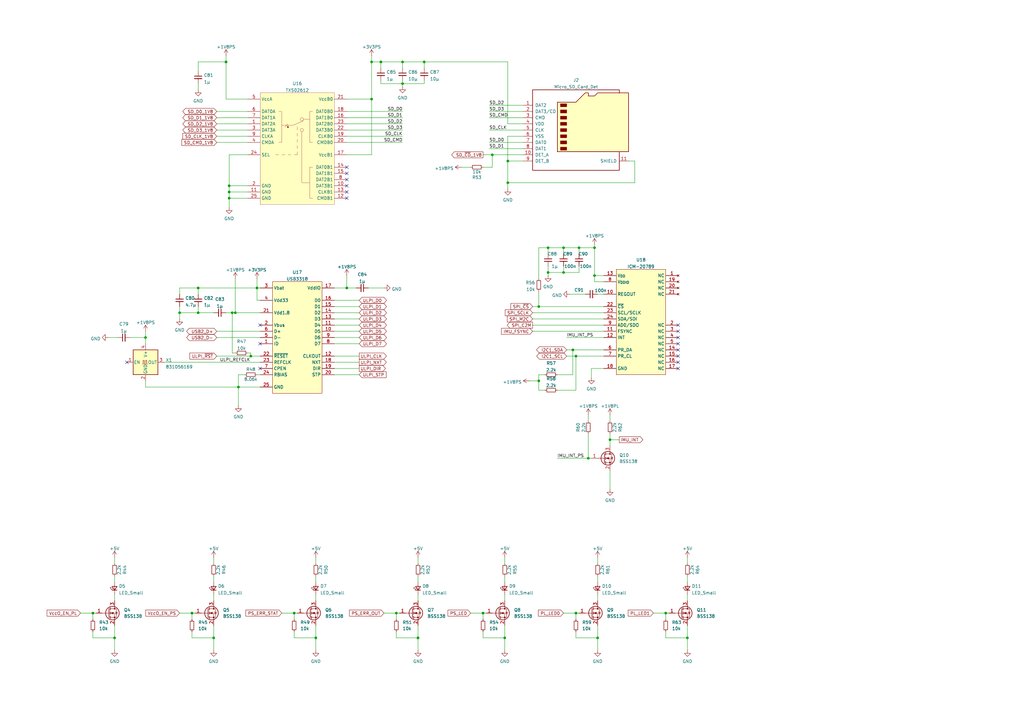
<source format=kicad_sch>
(kicad_sch (version 20210621) (generator eeschema)
  (paper "A3")
  (lib_symbols
    (symbol "BSS138_1" (pin_names hide)
      (property "Reference" "Q" (at 5.08 1.905 0))
      (property "Value" "BSS138_1" (at 5.08 0 0))
      (symbol "BSS138_1_1_1"
        (pin input line (at -5.08 0 0) (length 2.54) (name "G") (number "1"))
        (pin passive line (at 2.54 -5.08 90) (length 2.54) (name "S") (number "2"))
        (pin passive line (at 2.54 5.08 270) (length 2.54) (name "D") (number "3"))
      )
    )
    (symbol "BSS138_2" (pin_names hide)
      (property "Reference" "Q" (at 5.08 1.905 0))
      (property "Value" "BSS138_2" (at 5.08 0 0))
      (symbol "BSS138_2_1_1"
        (pin input line (at -5.08 0 0) (length 2.54) (name "G") (number "1"))
        (pin passive line (at 2.54 -5.08 90) (length 2.54) (name "S") (number "2"))
        (pin passive line (at 2.54 5.08 270) (length 2.54) (name "D") (number "3"))
      )
    )
    (symbol "BSS138_3" (pin_names hide)
      (property "Reference" "Q" (at 5.08 1.905 0))
      (property "Value" "BSS138_3" (at 5.08 0 0))
      (symbol "BSS138_3_1_1"
        (pin input line (at -5.08 0 0) (length 2.54) (name "G") (number "1"))
        (pin passive line (at 2.54 -5.08 90) (length 2.54) (name "S") (number "2"))
        (pin passive line (at 2.54 5.08 270) (length 2.54) (name "D") (number "3"))
      )
    )
    (symbol "BSS138_4" (pin_names hide)
      (property "Reference" "Q" (at 5.08 1.905 0))
      (property "Value" "BSS138_4" (at 5.08 0 0))
      (symbol "BSS138_4_1_1"
        (pin input line (at -5.08 0 0) (length 2.54) (name "G") (number "1"))
        (pin passive line (at 2.54 -5.08 90) (length 2.54) (name "S") (number "2"))
        (pin passive line (at 2.54 5.08 270) (length 2.54) (name "D") (number "3"))
      )
    )
    (symbol "BSS138_5" (pin_names hide)
      (property "Reference" "Q" (at 5.08 1.905 0))
      (property "Value" "BSS138_5" (at 5.08 0 0))
      (symbol "BSS138_5_1_1"
        (pin input line (at -5.08 0 0) (length 2.54) (name "G") (number "1"))
        (pin passive line (at 2.54 -5.08 90) (length 2.54) (name "S") (number "2"))
        (pin passive line (at 2.54 5.08 270) (length 2.54) (name "D") (number "3"))
      )
    )
    (symbol "BSS138_6" (pin_names hide)
      (property "Reference" "Q" (at 5.08 1.905 0))
      (property "Value" "BSS138_6" (at 5.08 0 0))
      (symbol "BSS138_6_1_1"
        (pin input line (at -5.08 0 0) (length 2.54) (name "G") (number "1"))
        (pin passive line (at 2.54 -5.08 90) (length 2.54) (name "S") (number "2"))
        (pin passive line (at 2.54 5.08 270) (length 2.54) (name "D") (number "3"))
      )
    )
    (symbol "BSS138_7" (pin_names hide)
      (property "Reference" "Q" (at 5.08 1.905 0))
      (property "Value" "BSS138_7" (at 5.08 0 0))
      (symbol "BSS138_7_1_1"
        (pin input line (at -5.08 0 0) (length 2.54) (name "G") (number "1"))
        (pin passive line (at 2.54 -5.08 90) (length 2.54) (name "S") (number "2"))
        (pin passive line (at 2.54 5.08 270) (length 2.54) (name "D") (number "3"))
      )
    )
    (symbol "Connector:Micro_SD_Card_Det" (pin_names (offset 1.016))
      (property "Reference" "J" (at -16.51 17.78 0))
      (property "Value" "Micro_SD_Card_Det" (at 16.51 17.78 0))
      (symbol "Micro_SD_Card_Det_1_1"
        (pin bidirectional line (at -22.86 10.16 0) (length 3.81) (name "DAT2") (number "1"))
        (pin passive line (at -22.86 -10.16 0) (length 3.81) (name "DET_A") (number "10"))
        (pin passive line (at 20.32 -12.7 180) (length 3.81) (name "SHIELD") (number "11"))
        (pin bidirectional line (at -22.86 7.62 0) (length 3.81) (name "DAT3/CD") (number "2"))
        (pin input line (at -22.86 5.08 0) (length 3.81) (name "CMD") (number "3"))
        (pin power_in line (at -22.86 2.54 0) (length 3.81) (name "VDD") (number "4"))
        (pin input line (at -22.86 0 0) (length 3.81) (name "CLK") (number "5"))
        (pin power_in line (at -22.86 -2.54 0) (length 3.81) (name "VSS") (number "6"))
        (pin bidirectional line (at -22.86 -5.08 0) (length 3.81) (name "DAT0") (number "7"))
        (pin bidirectional line (at -22.86 -7.62 0) (length 3.81) (name "DAT1") (number "8"))
        (pin passive line (at -22.86 -12.7 0) (length 3.81) (name "DET_B") (number "9"))
      )
    )
    (symbol "Device:C_Small" (pin_numbers hide) (pin_names (offset 0.254) hide)
      (property "Reference" "C" (at 0.254 1.778 0))
      (property "Value" "C_Small" (at 0.254 -2.032 0))
      (symbol "C_Small_1_1"
        (pin passive line (at 0 2.54 270) (length 2.032) (name "~") (number "1"))
        (pin passive line (at 0 -2.54 90) (length 2.032) (name "~") (number "2"))
      )
    )
    (symbol "Device:LED_Small" (pin_numbers hide) (pin_names (offset 0.254) hide)
      (property "Reference" "D" (at -1.27 3.175 0))
      (property "Value" "LED_Small" (at -4.445 -2.54 0))
      (symbol "LED_Small_1_1"
        (pin passive line (at -2.54 0 0) (length 1.778) (name "K") (number "1"))
        (pin passive line (at 2.54 0 180) (length 1.778) (name "A") (number "2"))
      )
    )
    (symbol "Device:R_Small" (pin_numbers hide) (pin_names (offset 0.254) hide)
      (property "Reference" "R" (at 0.762 0.508 0))
      (property "Value" "R_Small" (at 0.762 -1.016 0))
      (symbol "R_Small_1_1"
        (pin passive line (at 0 2.54 270) (length 0.762) (name "~") (number "1"))
        (pin passive line (at 0 -2.54 90) (length 0.762) (name "~") (number "2"))
      )
    )
    (symbol "Oscillator:XO32" (pin_names (offset 0.254))
      (property "Reference" "X" (at -5.08 6.35 0))
      (property "Value" "XO32" (at 1.27 -6.35 0))
      (symbol "XO32_1_1"
        (pin input line (at -7.62 0 0) (length 2.54) (name "EN") (number "1"))
        (pin power_in line (at 0 -7.62 90) (length 2.54) (name "GND") (number "2"))
        (pin output line (at 7.62 0 180) (length 2.54) (name "OUT") (number "3"))
        (pin power_in line (at 0 7.62 270) (length 2.54) (name "V+") (number "4"))
      )
    )
    (symbol "Transistor_FET:BSS138" (pin_names hide)
      (property "Reference" "Q" (at 5.08 1.905 0))
      (property "Value" "BSS138" (at 5.08 0 0))
      (symbol "BSS138_1_1"
        (pin input line (at -5.08 0 0) (length 2.54) (name "G") (number "1"))
        (pin passive line (at 2.54 -5.08 90) (length 2.54) (name "S") (number "2"))
        (pin passive line (at 2.54 5.08 270) (length 2.54) (name "D") (number "3"))
      )
    )
    (symbol "meowality:+1V8PL" (power) (pin_names (offset 0))
      (property "Value" "+1V8PL" (at 0 3.556 0))
      (symbol "+1V8PL_1_1"
        (pin power_in line (at 0 0 90) (length 0) hide (name "+1V8PL") (number "1"))
      )
    )
    (symbol "meowality:+1V8PS" (power) (pin_names (offset 0))
      (property "Value" "+1V8PS" (at 0 3.556 0))
      (symbol "+1V8PS_1_1"
        (pin power_in line (at 0 0 90) (length 0) hide (name "+1V8PS") (number "1"))
      )
    )
    (symbol "meowality:+3V3PS" (power) (pin_names (offset 0))
      (property "Value" "+3V3PS" (at 0 3.556 0))
      (symbol "+3V3PS_1_1"
        (pin power_in line (at 0 0 90) (length 0) hide (name "+3V3PS") (number "1"))
      )
    )
    (symbol "meowality:ICM-20789"
      (property "Reference" "U" (at -10.16 -1.27 0))
      (property "Value" "ICM-20789" (at 0 44.45 0))
      (symbol "ICM-20789_1_1"
        (pin no_connect line (at 15.24 40.64 180) (length 5.08) (name "NC") (number "1"))
        (pin power_out line (at -15.24 33.02 0) (length 5.08) (name "REGOUT") (number "10"))
        (pin input line (at -15.24 17.78 0) (length 5.08) (name "FSYNC") (number "11"))
        (pin output line (at -15.24 15.24 0) (length 5.08) (name "INT") (number "12"))
        (pin power_in line (at -15.24 40.64 0) (length 5.08) (name "V_{DD}") (number "13"))
        (pin passive line (at 15.24 10.16 180) (length 5.08) (name "NC") (number "14"))
        (pin passive line (at 15.24 7.62 180) (length 5.08) (name "NC") (number "15"))
        (pin passive line (at 15.24 5.08 180) (length 5.08) (name "NC") (number "16"))
        (pin passive line (at 15.24 2.54 180) (length 5.08) (name "NC") (number "17"))
        (pin power_in line (at -15.24 2.54 0) (length 5.08) (name "GND") (number "18"))
        (pin no_connect line (at 15.24 38.1 180) (length 5.08) (name "NC") (number "19"))
        (pin passive line (at 15.24 20.32 180) (length 5.08) (name "NC") (number "2"))
        (pin no_connect line (at 15.24 35.56 180) (length 5.08) (name "NC") (number "20"))
        (pin no_connect line (at 15.24 33.02 180) (length 5.08) (name "NC") (number "21"))
        (pin input line (at -15.24 27.94 0) (length 5.08) (name "~{CS}") (number "22"))
        (pin input line (at -15.24 25.4 0) (length 5.08) (name "SCL/SCLK") (number "23"))
        (pin input line (at -15.24 22.86 0) (length 5.08) (name "SDA/SDI") (number "24"))
        (pin passive line (at 15.24 17.78 180) (length 5.08) (name "NC") (number "3"))
        (pin passive line (at 15.24 15.24 180) (length 5.08) (name "NC") (number "4"))
        (pin passive line (at 15.24 12.7 180) (length 5.08) (name "NC") (number "5"))
        (pin bidirectional line (at -15.24 10.16 0) (length 5.08) (name "PR_DA") (number "6"))
        (pin bidirectional line (at -15.24 7.62 0) (length 5.08) (name "PR_CL") (number "7"))
        (pin power_in line (at -15.24 38.1 0) (length 5.08) (name "V_{DDIO}") (number "8"))
        (pin output line (at -15.24 20.32 0) (length 5.08) (name "AD0/SDO") (number "9"))
      )
    )
    (symbol "meowality:TXS02612"
      (property "Reference" "U" (at 0 26.67 0))
      (property "Value" "TXS02612" (at 0 24.13 0))
      (symbol "TXS02612_0_0"
        (text "6" (at -3.81 8.89 0) (effects (font (size 0.635 0.635))))
      )
      (symbol "TXS02612_1_1"
        (pin bidirectional line (at -20.32 10.16 0) (length 5.08) (name "DAT2A") (number "1"))
        (pin bidirectional line (at 20.32 -15.24 180) (length 5.08) (name "DAT3B1") (number "10"))
        (pin power_in line (at -20.32 -17.78 0) (length 5.08) (name "GND") (number "11"))
        (pin bidirectional line (at 20.32 -20.32 180) (length 5.08) (name "CMDB1") (number "12"))
        (pin output line (at 20.32 -17.78 180) (length 5.08) (name "CLKB1") (number "13"))
        (pin bidirectional line (at 20.32 -7.62 180) (length 5.08) (name "DAT0B1") (number "14"))
        (pin bidirectional line (at 20.32 -10.16 180) (length 5.08) (name "DAT1B1") (number "15"))
        (pin bidirectional line (at 20.32 12.7 180) (length 5.08) (name "DAT1B0") (number "16"))
        (pin power_in line (at 20.32 -2.54 180) (length 5.08) (name "VccB1") (number "17"))
        (pin bidirectional line (at 20.32 15.24 180) (length 5.08) (name "DAT0B0") (number "18"))
        (pin output line (at 20.32 5.08 180) (length 5.08) (name "CLKB0") (number "19"))
        (pin power_in line (at -20.32 -15.24 0) (length 5.08) (name "GND") (number "2"))
        (pin bidirectional line (at 20.32 2.54 180) (length 5.08) (name "CMDB0") (number "20"))
        (pin power_in line (at 20.32 20.32 180) (length 5.08) (name "VccB0") (number "21"))
        (pin bidirectional line (at 20.32 7.62 180) (length 5.08) (name "DAT3B0") (number "22"))
        (pin bidirectional line (at 20.32 10.16 180) (length 5.08) (name "DAT2B0") (number "23"))
        (pin input line (at -20.32 -2.54 0) (length 5.08) (name "SEL") (number "24"))
        (pin power_in line (at -20.32 -20.32 0) (length 5.08) (name "GND") (number "25"))
        (pin bidirectional line (at -20.32 7.62 0) (length 5.08) (name "DAT3A") (number "3"))
        (pin bidirectional line (at -20.32 2.54 0) (length 5.08) (name "CMDA") (number "4"))
        (pin power_in line (at -20.32 20.32 0) (length 5.08) (name "VccA") (number "5"))
        (pin bidirectional line (at -20.32 15.24 0) (length 5.08) (name "DAT0A") (number "6"))
        (pin bidirectional line (at -20.32 12.7 0) (length 5.08) (name "DAT1A") (number "7"))
        (pin bidirectional line (at 20.32 -12.7 180) (length 5.08) (name "DAT2B1") (number "8"))
        (pin input line (at -20.32 5.08 0) (length 5.08) (name "CLKA") (number "9"))
      )
    )
    (symbol "meowality:USB3318"
      (property "Reference" "U17" (at 0 49.6357 0))
      (property "Value" "USB3318" (at 0 46.8606 0))
      (symbol "USB3318_1_0"
        (pin input line (at -15.24 20.32 0) (length 5.08) (name "ID") (number "1"))
        (pin bidirectional line (at 15.24 25.4 180) (length 5.08) (name "D5") (number "10"))
        (pin bidirectional line (at 15.24 27.94 180) (length 5.08) (name "D4") (number "11"))
        (pin output line (at 15.24 15.24 180) (length 5.08) (name "CLKOUT") (number "12"))
        (pin bidirectional line (at 15.24 30.48 180) (length 5.08) (name "D3") (number "13"))
        (pin bidirectional line (at 15.24 33.02 180) (length 5.08) (name "D2") (number "14"))
        (pin bidirectional line (at 15.24 35.56 180) (length 5.08) (name "D1") (number "15"))
        (pin bidirectional line (at 15.24 38.1 180) (length 5.08) (name "D0") (number "16"))
        (pin power_in line (at 15.24 43.18 180) (length 5.08) (name "VddIO") (number "17"))
        (pin output line (at 15.24 12.7 180) (length 5.08) (name "NXT") (number "18"))
        (pin output line (at 15.24 10.16 180) (length 5.08) (name "DIR") (number "19"))
        (pin bidirectional line (at -15.24 27.94 0) (length 5.08) (name "Vbus") (number "2"))
        (pin input line (at 15.24 7.62 180) (length 5.08) (name "STP") (number "20"))
        (pin power_in line (at -15.24 33.02 0) (length 5.08) (name "Vdd1.8") (number "21"))
        (pin input line (at -15.24 15.24 0) (length 5.08) (name "~{RESET}") (number "22"))
        (pin input line (at -15.24 12.7 0) (length 5.08) (name "REFCLK") (number "23"))
        (pin passive line (at -15.24 7.62 0) (length 5.08) (name "RBIAS") (number "24"))
        (pin power_in line (at -15.24 2.54 0) (length 5.08) (name "GND") (number "25"))
        (pin passive line (at -15.24 38.1 0) (length 5.08) (name "Vdd33") (number "4"))
        (pin bidirectional line (at -15.24 22.86 0) (length 5.08) (name "D-") (number "5"))
        (pin bidirectional line (at -15.24 25.4 0) (length 5.08) (name "D+") (number "6"))
        (pin output line (at -15.24 10.16 0) (length 5.08) (name "CPEN") (number "7"))
        (pin bidirectional line (at 15.24 20.32 180) (length 5.08) (name "D7") (number "8"))
        (pin bidirectional line (at 15.24 22.86 180) (length 5.08) (name "D6") (number "9"))
      )
      (symbol "USB3318_1_1"
        (pin power_in line (at -15.24 43.18 0) (length 5.08) (name "Vbat") (number "3"))
      )
    )
    (symbol "power:+5V" (power) (pin_names (offset 0))
      (property "Value" "+5V" (at 0 3.556 0))
      (symbol "+5V_1_1"
        (pin power_in line (at 0 0 90) (length 0) hide (name "+5V") (number "1"))
      )
    )
    (symbol "power:GND" (power) (pin_names (offset 0))
      (property "Value" "GND" (at 0 -3.81 0))
      (symbol "GND_1_1"
        (pin power_in line (at 0 0 270) (length 0) hide (name "GND") (number "1"))
      )
    )
  )
  (junction (at 38.1 251.46))
  (junction (at 46.99 261.62))
  (junction (at 59.69 138.43))
  (junction (at 73.66 128.27))
  (junction (at 78.74 251.46))
  (junction (at 81.28 118.11))
  (junction (at 81.28 128.27))
  (junction (at 87.63 261.62))
  (junction (at 92.71 25.4))
  (junction (at 93.98 76.2))
  (junction (at 93.98 78.74))
  (junction (at 93.98 81.28))
  (junction (at 95.25 128.27))
  (junction (at 96.52 128.27))
  (junction (at 97.79 158.75))
  (junction (at 102.87 146.05))
  (junction (at 105.41 118.11))
  (junction (at 120.65 251.46))
  (junction (at 129.54 261.62))
  (junction (at 142.24 118.11))
  (junction (at 152.4 25.4))
  (junction (at 152.4 40.64))
  (junction (at 156.21 25.4))
  (junction (at 162.56 251.46))
  (junction (at 165.1 25.4))
  (junction (at 165.1 34.29))
  (junction (at 171.45 261.62))
  (junction (at 173.99 25.4))
  (junction (at 198.12 251.46))
  (junction (at 201.93 63.5))
  (junction (at 207.01 261.62))
  (junction (at 208.28 66.04))
  (junction (at 208.28 74.93))
  (junction (at 220.98 125.73))
  (junction (at 220.98 156.21))
  (junction (at 224.79 101.6))
  (junction (at 224.79 111.76))
  (junction (at 231.14 101.6))
  (junction (at 231.14 111.76))
  (junction (at 234.95 143.51))
  (junction (at 236.22 146.05))
  (junction (at 236.22 251.46))
  (junction (at 237.49 101.6))
  (junction (at 241.3 187.96))
  (junction (at 243.84 101.6))
  (junction (at 243.84 113.03))
  (junction (at 245.11 261.62))
  (junction (at 250.19 180.34))
  (junction (at 273.05 251.46))
  (junction (at 281.94 261.62))
  (no_connect (at 52.07 148.59))
  (no_connect (at 106.68 133.35))
  (no_connect (at 106.68 140.97))
  (no_connect (at 106.68 151.13))
  (no_connect (at 142.24 68.58))
  (no_connect (at 142.24 71.12))
  (no_connect (at 142.24 73.66))
  (no_connect (at 142.24 76.2))
  (no_connect (at 142.24 78.74))
  (no_connect (at 142.24 81.28))
  (no_connect (at 278.13 133.35))
  (no_connect (at 278.13 135.89))
  (no_connect (at 278.13 138.43))
  (no_connect (at 278.13 140.97))
  (no_connect (at 278.13 143.51))
  (no_connect (at 278.13 146.05))
  (no_connect (at 278.13 148.59))
  (no_connect (at 278.13 151.13))
  (wire (pts (xy 33.02 251.46) (xy 38.1 251.46)))
  (wire (pts (xy 38.1 251.46) (xy 39.37 251.46)))
  (wire (pts (xy 38.1 254) (xy 38.1 251.46)))
  (wire (pts (xy 38.1 261.62) (xy 38.1 259.08)))
  (wire (pts (xy 44.45 138.43) (xy 48.26 138.43)))
  (wire (pts (xy 46.99 228.6) (xy 46.99 231.14)))
  (wire (pts (xy 46.99 236.22) (xy 46.99 238.76)))
  (wire (pts (xy 46.99 243.84) (xy 46.99 246.38)))
  (wire (pts (xy 46.99 256.54) (xy 46.99 261.62)))
  (wire (pts (xy 46.99 261.62) (xy 38.1 261.62)))
  (wire (pts (xy 46.99 261.62) (xy 46.99 266.7)))
  (wire (pts (xy 53.34 138.43) (xy 59.69 138.43)))
  (wire (pts (xy 59.69 135.89) (xy 59.69 138.43)))
  (wire (pts (xy 59.69 138.43) (xy 59.69 140.97)))
  (wire (pts (xy 59.69 156.21) (xy 59.69 158.75)))
  (wire (pts (xy 59.69 158.75) (xy 97.79 158.75)))
  (wire (pts (xy 67.31 148.59) (xy 106.68 148.59)))
  (wire (pts (xy 73.66 118.11) (xy 81.28 118.11)))
  (wire (pts (xy 73.66 120.65) (xy 73.66 118.11)))
  (wire (pts (xy 73.66 128.27) (xy 73.66 125.73)))
  (wire (pts (xy 73.66 128.27) (xy 73.66 130.81)))
  (wire (pts (xy 73.66 251.46) (xy 78.74 251.46)))
  (wire (pts (xy 78.74 251.46) (xy 80.01 251.46)))
  (wire (pts (xy 78.74 254) (xy 78.74 251.46)))
  (wire (pts (xy 78.74 261.62) (xy 78.74 259.08)))
  (wire (pts (xy 81.28 25.4) (xy 92.71 25.4)))
  (wire (pts (xy 81.28 29.21) (xy 81.28 25.4)))
  (wire (pts (xy 81.28 34.29) (xy 81.28 36.83)))
  (wire (pts (xy 81.28 118.11) (xy 81.28 120.65)))
  (wire (pts (xy 81.28 118.11) (xy 105.41 118.11)))
  (wire (pts (xy 81.28 125.73) (xy 81.28 128.27)))
  (wire (pts (xy 81.28 128.27) (xy 73.66 128.27)))
  (wire (pts (xy 81.28 128.27) (xy 87.63 128.27)))
  (wire (pts (xy 87.63 228.6) (xy 87.63 231.14)))
  (wire (pts (xy 87.63 236.22) (xy 87.63 238.76)))
  (wire (pts (xy 87.63 243.84) (xy 87.63 246.38)))
  (wire (pts (xy 87.63 256.54) (xy 87.63 261.62)))
  (wire (pts (xy 87.63 261.62) (xy 78.74 261.62)))
  (wire (pts (xy 87.63 261.62) (xy 87.63 266.7)))
  (wire (pts (xy 88.9 45.72) (xy 101.6 45.72)))
  (wire (pts (xy 88.9 48.26) (xy 101.6 48.26)))
  (wire (pts (xy 88.9 50.8) (xy 101.6 50.8)))
  (wire (pts (xy 88.9 53.34) (xy 101.6 53.34)))
  (wire (pts (xy 88.9 55.88) (xy 101.6 55.88)))
  (wire (pts (xy 88.9 58.42) (xy 101.6 58.42)))
  (wire (pts (xy 88.9 135.89) (xy 106.68 135.89)))
  (wire (pts (xy 88.9 138.43) (xy 106.68 138.43)))
  (wire (pts (xy 88.9 146.05) (xy 102.87 146.05)))
  (wire (pts (xy 92.71 22.86) (xy 92.71 25.4)))
  (wire (pts (xy 92.71 25.4) (xy 92.71 40.64)))
  (wire (pts (xy 92.71 40.64) (xy 101.6 40.64)))
  (wire (pts (xy 92.71 128.27) (xy 95.25 128.27)))
  (wire (pts (xy 93.98 63.5) (xy 93.98 76.2)))
  (wire (pts (xy 93.98 76.2) (xy 101.6 76.2)))
  (wire (pts (xy 93.98 78.74) (xy 93.98 76.2)))
  (wire (pts (xy 93.98 78.74) (xy 101.6 78.74)))
  (wire (pts (xy 93.98 81.28) (xy 93.98 78.74)))
  (wire (pts (xy 93.98 81.28) (xy 101.6 81.28)))
  (wire (pts (xy 93.98 85.09) (xy 93.98 81.28)))
  (wire (pts (xy 95.25 128.27) (xy 96.52 128.27)))
  (wire (pts (xy 95.25 144.78) (xy 95.25 128.27)))
  (wire (pts (xy 96.52 114.3) (xy 96.52 128.27)))
  (wire (pts (xy 96.52 128.27) (xy 106.68 128.27)))
  (wire (pts (xy 96.52 144.78) (xy 95.25 144.78)))
  (wire (pts (xy 97.79 153.67) (xy 97.79 158.75)))
  (wire (pts (xy 97.79 158.75) (xy 106.68 158.75)))
  (wire (pts (xy 97.79 166.37) (xy 97.79 158.75)))
  (wire (pts (xy 100.33 153.67) (xy 97.79 153.67)))
  (wire (pts (xy 101.6 63.5) (xy 93.98 63.5)))
  (wire (pts (xy 101.6 144.78) (xy 102.87 144.78)))
  (wire (pts (xy 102.87 144.78) (xy 102.87 146.05)))
  (wire (pts (xy 102.87 146.05) (xy 106.68 146.05)))
  (wire (pts (xy 105.41 114.3) (xy 105.41 118.11)))
  (wire (pts (xy 105.41 118.11) (xy 106.68 118.11)))
  (wire (pts (xy 105.41 123.19) (xy 105.41 118.11)))
  (wire (pts (xy 105.41 153.67) (xy 106.68 153.67)))
  (wire (pts (xy 106.68 123.19) (xy 105.41 123.19)))
  (wire (pts (xy 115.57 251.46) (xy 120.65 251.46)))
  (wire (pts (xy 120.65 251.46) (xy 121.92 251.46)))
  (wire (pts (xy 120.65 254) (xy 120.65 251.46)))
  (wire (pts (xy 120.65 261.62) (xy 120.65 259.08)))
  (wire (pts (xy 129.54 228.6) (xy 129.54 231.14)))
  (wire (pts (xy 129.54 236.22) (xy 129.54 238.76)))
  (wire (pts (xy 129.54 243.84) (xy 129.54 246.38)))
  (wire (pts (xy 129.54 256.54) (xy 129.54 261.62)))
  (wire (pts (xy 129.54 261.62) (xy 120.65 261.62)))
  (wire (pts (xy 129.54 261.62) (xy 129.54 266.7)))
  (wire (pts (xy 137.16 123.19) (xy 147.32 123.19)))
  (wire (pts (xy 137.16 125.73) (xy 147.32 125.73)))
  (wire (pts (xy 137.16 128.27) (xy 147.32 128.27)))
  (wire (pts (xy 137.16 130.81) (xy 147.32 130.81)))
  (wire (pts (xy 137.16 133.35) (xy 147.32 133.35)))
  (wire (pts (xy 137.16 135.89) (xy 147.32 135.89)))
  (wire (pts (xy 137.16 138.43) (xy 147.32 138.43)))
  (wire (pts (xy 137.16 140.97) (xy 147.32 140.97)))
  (wire (pts (xy 137.16 146.05) (xy 147.32 146.05)))
  (wire (pts (xy 137.16 148.59) (xy 147.32 148.59)))
  (wire (pts (xy 137.16 151.13) (xy 147.32 151.13)))
  (wire (pts (xy 137.16 153.67) (xy 147.32 153.67)))
  (wire (pts (xy 142.24 40.64) (xy 152.4 40.64)))
  (wire (pts (xy 142.24 45.72) (xy 165.1 45.72)))
  (wire (pts (xy 142.24 48.26) (xy 165.1 48.26)))
  (wire (pts (xy 142.24 50.8) (xy 165.1 50.8)))
  (wire (pts (xy 142.24 53.34) (xy 165.1 53.34)))
  (wire (pts (xy 142.24 55.88) (xy 165.1 55.88)))
  (wire (pts (xy 142.24 58.42) (xy 165.1 58.42)))
  (wire (pts (xy 142.24 63.5) (xy 152.4 63.5)))
  (wire (pts (xy 142.24 113.03) (xy 142.24 118.11)))
  (wire (pts (xy 142.24 118.11) (xy 137.16 118.11)))
  (wire (pts (xy 142.24 118.11) (xy 146.05 118.11)))
  (wire (pts (xy 151.13 118.11) (xy 157.48 118.11)))
  (wire (pts (xy 152.4 22.86) (xy 152.4 25.4)))
  (wire (pts (xy 152.4 25.4) (xy 152.4 40.64)))
  (wire (pts (xy 152.4 25.4) (xy 156.21 25.4)))
  (wire (pts (xy 152.4 40.64) (xy 152.4 63.5)))
  (wire (pts (xy 156.21 25.4) (xy 156.21 27.94)))
  (wire (pts (xy 156.21 25.4) (xy 165.1 25.4)))
  (wire (pts (xy 156.21 34.29) (xy 156.21 33.02)))
  (wire (pts (xy 157.48 251.46) (xy 162.56 251.46)))
  (wire (pts (xy 162.56 251.46) (xy 163.83 251.46)))
  (wire (pts (xy 162.56 254) (xy 162.56 251.46)))
  (wire (pts (xy 162.56 261.62) (xy 162.56 259.08)))
  (wire (pts (xy 165.1 25.4) (xy 165.1 27.94)))
  (wire (pts (xy 165.1 25.4) (xy 173.99 25.4)))
  (wire (pts (xy 165.1 33.02) (xy 165.1 34.29)))
  (wire (pts (xy 165.1 34.29) (xy 156.21 34.29)))
  (wire (pts (xy 165.1 34.29) (xy 165.1 35.56)))
  (wire (pts (xy 165.1 34.29) (xy 173.99 34.29)))
  (wire (pts (xy 171.45 228.6) (xy 171.45 231.14)))
  (wire (pts (xy 171.45 236.22) (xy 171.45 238.76)))
  (wire (pts (xy 171.45 243.84) (xy 171.45 246.38)))
  (wire (pts (xy 171.45 256.54) (xy 171.45 261.62)))
  (wire (pts (xy 171.45 261.62) (xy 162.56 261.62)))
  (wire (pts (xy 171.45 261.62) (xy 171.45 266.7)))
  (wire (pts (xy 173.99 25.4) (xy 173.99 27.94)))
  (wire (pts (xy 173.99 34.29) (xy 173.99 33.02)))
  (wire (pts (xy 189.23 68.58) (xy 193.04 68.58)))
  (wire (pts (xy 193.04 251.46) (xy 198.12 251.46)))
  (wire (pts (xy 198.12 63.5) (xy 201.93 63.5)))
  (wire (pts (xy 198.12 68.58) (xy 201.93 68.58)))
  (wire (pts (xy 198.12 251.46) (xy 199.39 251.46)))
  (wire (pts (xy 198.12 254) (xy 198.12 251.46)))
  (wire (pts (xy 198.12 261.62) (xy 198.12 259.08)))
  (wire (pts (xy 200.66 43.18) (xy 214.63 43.18)))
  (wire (pts (xy 200.66 45.72) (xy 214.63 45.72)))
  (wire (pts (xy 200.66 48.26) (xy 214.63 48.26)))
  (wire (pts (xy 200.66 53.34) (xy 214.63 53.34)))
  (wire (pts (xy 200.66 58.42) (xy 214.63 58.42)))
  (wire (pts (xy 200.66 60.96) (xy 214.63 60.96)))
  (wire (pts (xy 201.93 63.5) (xy 214.63 63.5)))
  (wire (pts (xy 201.93 68.58) (xy 201.93 63.5)))
  (wire (pts (xy 207.01 228.6) (xy 207.01 231.14)))
  (wire (pts (xy 207.01 236.22) (xy 207.01 238.76)))
  (wire (pts (xy 207.01 243.84) (xy 207.01 246.38)))
  (wire (pts (xy 207.01 256.54) (xy 207.01 261.62)))
  (wire (pts (xy 207.01 261.62) (xy 198.12 261.62)))
  (wire (pts (xy 207.01 261.62) (xy 207.01 266.7)))
  (wire (pts (xy 208.28 25.4) (xy 173.99 25.4)))
  (wire (pts (xy 208.28 50.8) (xy 208.28 25.4)))
  (wire (pts (xy 208.28 55.88) (xy 214.63 55.88)))
  (wire (pts (xy 208.28 66.04) (xy 208.28 55.88)))
  (wire (pts (xy 208.28 66.04) (xy 214.63 66.04)))
  (wire (pts (xy 208.28 74.93) (xy 208.28 66.04)))
  (wire (pts (xy 208.28 74.93) (xy 260.35 74.93)))
  (wire (pts (xy 208.28 77.47) (xy 208.28 74.93)))
  (wire (pts (xy 214.63 50.8) (xy 208.28 50.8)))
  (wire (pts (xy 217.17 156.21) (xy 220.98 156.21)))
  (wire (pts (xy 218.44 125.73) (xy 220.98 125.73)))
  (wire (pts (xy 218.44 128.27) (xy 247.65 128.27)))
  (wire (pts (xy 218.44 130.81) (xy 247.65 130.81)))
  (wire (pts (xy 218.44 133.35) (xy 247.65 133.35)))
  (wire (pts (xy 218.44 135.89) (xy 247.65 135.89)))
  (wire (pts (xy 220.98 101.6) (xy 224.79 101.6)))
  (wire (pts (xy 220.98 114.3) (xy 220.98 101.6)))
  (wire (pts (xy 220.98 119.38) (xy 220.98 125.73)))
  (wire (pts (xy 220.98 125.73) (xy 247.65 125.73)))
  (wire (pts (xy 220.98 153.67) (xy 220.98 156.21)))
  (wire (pts (xy 220.98 156.21) (xy 220.98 160.02)))
  (wire (pts (xy 220.98 160.02) (xy 223.52 160.02)))
  (wire (pts (xy 223.52 153.67) (xy 220.98 153.67)))
  (wire (pts (xy 224.79 101.6) (xy 224.79 104.14)))
  (wire (pts (xy 224.79 109.22) (xy 224.79 111.76)))
  (wire (pts (xy 224.79 111.76) (xy 224.79 113.03)))
  (wire (pts (xy 224.79 111.76) (xy 231.14 111.76)))
  (wire (pts (xy 228.6 153.67) (xy 234.95 153.67)))
  (wire (pts (xy 228.6 187.96) (xy 241.3 187.96)))
  (wire (pts (xy 231.14 101.6) (xy 224.79 101.6)))
  (wire (pts (xy 231.14 101.6) (xy 237.49 101.6)))
  (wire (pts (xy 231.14 104.14) (xy 231.14 101.6)))
  (wire (pts (xy 231.14 109.22) (xy 231.14 111.76)))
  (wire (pts (xy 231.14 111.76) (xy 237.49 111.76)))
  (wire (pts (xy 231.14 251.46) (xy 236.22 251.46)))
  (wire (pts (xy 232.41 138.43) (xy 247.65 138.43)))
  (wire (pts (xy 232.41 143.51) (xy 234.95 143.51)))
  (wire (pts (xy 232.41 146.05) (xy 236.22 146.05)))
  (wire (pts (xy 233.68 120.65) (xy 240.03 120.65)))
  (wire (pts (xy 234.95 143.51) (xy 247.65 143.51)))
  (wire (pts (xy 234.95 153.67) (xy 234.95 143.51)))
  (wire (pts (xy 236.22 146.05) (xy 236.22 160.02)))
  (wire (pts (xy 236.22 146.05) (xy 247.65 146.05)))
  (wire (pts (xy 236.22 160.02) (xy 228.6 160.02)))
  (wire (pts (xy 236.22 251.46) (xy 237.49 251.46)))
  (wire (pts (xy 236.22 254) (xy 236.22 251.46)))
  (wire (pts (xy 236.22 261.62) (xy 236.22 259.08)))
  (wire (pts (xy 237.49 101.6) (xy 243.84 101.6)))
  (wire (pts (xy 237.49 104.14) (xy 237.49 101.6)))
  (wire (pts (xy 237.49 111.76) (xy 237.49 109.22)))
  (wire (pts (xy 241.3 170.18) (xy 241.3 172.72)))
  (wire (pts (xy 241.3 177.8) (xy 241.3 187.96)))
  (wire (pts (xy 241.3 187.96) (xy 242.57 187.96)))
  (wire (pts (xy 242.57 151.13) (xy 247.65 151.13)))
  (wire (pts (xy 242.57 154.94) (xy 242.57 151.13)))
  (wire (pts (xy 243.84 100.33) (xy 243.84 101.6)))
  (wire (pts (xy 243.84 101.6) (xy 243.84 113.03)))
  (wire (pts (xy 243.84 113.03) (xy 243.84 115.57)))
  (wire (pts (xy 243.84 113.03) (xy 247.65 113.03)))
  (wire (pts (xy 243.84 115.57) (xy 247.65 115.57)))
  (wire (pts (xy 245.11 120.65) (xy 247.65 120.65)))
  (wire (pts (xy 245.11 228.6) (xy 245.11 231.14)))
  (wire (pts (xy 245.11 236.22) (xy 245.11 238.76)))
  (wire (pts (xy 245.11 243.84) (xy 245.11 246.38)))
  (wire (pts (xy 245.11 256.54) (xy 245.11 261.62)))
  (wire (pts (xy 245.11 261.62) (xy 236.22 261.62)))
  (wire (pts (xy 245.11 261.62) (xy 245.11 266.7)))
  (wire (pts (xy 250.19 170.18) (xy 250.19 172.72)))
  (wire (pts (xy 250.19 177.8) (xy 250.19 180.34)))
  (wire (pts (xy 250.19 180.34) (xy 250.19 182.88)))
  (wire (pts (xy 250.19 180.34) (xy 254 180.34)))
  (wire (pts (xy 250.19 193.04) (xy 250.19 200.66)))
  (wire (pts (xy 260.35 66.04) (xy 257.81 66.04)))
  (wire (pts (xy 260.35 74.93) (xy 260.35 66.04)))
  (wire (pts (xy 267.97 251.46) (xy 273.05 251.46)))
  (wire (pts (xy 273.05 251.46) (xy 274.32 251.46)))
  (wire (pts (xy 273.05 254) (xy 273.05 251.46)))
  (wire (pts (xy 273.05 261.62) (xy 273.05 259.08)))
  (wire (pts (xy 281.94 228.6) (xy 281.94 231.14)))
  (wire (pts (xy 281.94 236.22) (xy 281.94 238.76)))
  (wire (pts (xy 281.94 243.84) (xy 281.94 246.38)))
  (wire (pts (xy 281.94 256.54) (xy 281.94 261.62)))
  (wire (pts (xy 281.94 261.62) (xy 273.05 261.62)))
  (wire (pts (xy 281.94 261.62) (xy 281.94 266.7)))
  (label "ULPI_REFCLK" (at 90.17 148.59 0))
  (label "SD_D0" (at 165.1 45.72 180))
  (label "SD_D1" (at 165.1 48.26 180))
  (label "SD_D2" (at 165.1 50.8 180))
  (label "SD_D3" (at 165.1 53.34 180))
  (label "SD_CLK" (at 165.1 55.88 180))
  (label "SD_CMD" (at 165.1 58.42 180))
  (label "SD_D2" (at 200.66 43.18 0))
  (label "SD_D3" (at 200.66 45.72 0))
  (label "SD_CMD" (at 200.66 48.26 0))
  (label "SD_CLK" (at 200.66 53.34 0))
  (label "SD_D0" (at 200.66 58.42 0))
  (label "SD_D1" (at 200.66 60.96 0))
  (label "IMU_INT_PS" (at 228.6 187.96 0))
  (label "IMU_INT_PS" (at 232.41 138.43 0))
  (global_label "VccO_EN_PL" (shape input) (at 33.02 251.46 180) (property "Intersheet References" "${INTERSHEET_REFS}" (effects hide)))
  (global_label "VccO_EN_PS" (shape input) (at 73.66 251.46 180) (property "Intersheet References" "${INTERSHEET_REFS}" (effects hide)))
  (global_label "SD_D0_1V8" (shape bidirectional) (at 88.9 45.72 180) (property "Intersheet References" "${INTERSHEET_REFS}" (effects hide)))
  (global_label "SD_D1_1V8" (shape bidirectional) (at 88.9 48.26 180) (property "Intersheet References" "${INTERSHEET_REFS}" (effects hide)))
  (global_label "SD_D2_1V8" (shape bidirectional) (at 88.9 50.8 180) (property "Intersheet References" "${INTERSHEET_REFS}" (effects hide)))
  (global_label "SD_D3_1V8" (shape bidirectional) (at 88.9 53.34 180) (property "Intersheet References" "${INTERSHEET_REFS}" (effects hide)))
  (global_label "SD_CLK_1V8" (shape input) (at 88.9 55.88 180) (property "Intersheet References" "${INTERSHEET_REFS}" (effects hide)))
  (global_label "SD_CMD_1V8" (shape input) (at 88.9 58.42 180) (property "Intersheet References" "${INTERSHEET_REFS}" (effects hide)))
  (global_label "USB2_D+" (shape bidirectional) (at 88.9 135.89 180) (property "Intersheet References" "${INTERSHEET_REFS}" (effects hide)))
  (global_label "USB2_D-" (shape bidirectional) (at 88.9 138.43 180) (property "Intersheet References" "${INTERSHEET_REFS}" (effects hide)))
  (global_label "ULPI_~{RST}" (shape input) (at 88.9 146.05 180) (property "Intersheet References" "${INTERSHEET_REFS}" (effects hide)))
  (global_label "PS_ERR_STAT" (shape input) (at 115.57 251.46 180) (property "Intersheet References" "${INTERSHEET_REFS}" (effects hide)))
  (global_label "ULPI_D0" (shape bidirectional) (at 147.32 123.19 0) (property "Intersheet References" "${INTERSHEET_REFS}" (effects hide)))
  (global_label "ULPI_D1" (shape bidirectional) (at 147.32 125.73 0) (property "Intersheet References" "${INTERSHEET_REFS}" (effects hide)))
  (global_label "ULPI_D2" (shape bidirectional) (at 147.32 128.27 0) (property "Intersheet References" "${INTERSHEET_REFS}" (effects hide)))
  (global_label "ULPI_D3" (shape bidirectional) (at 147.32 130.81 0) (property "Intersheet References" "${INTERSHEET_REFS}" (effects hide)))
  (global_label "ULPI_D4" (shape bidirectional) (at 147.32 133.35 0) (property "Intersheet References" "${INTERSHEET_REFS}" (effects hide)))
  (global_label "ULPI_D5" (shape bidirectional) (at 147.32 135.89 0) (property "Intersheet References" "${INTERSHEET_REFS}" (effects hide)))
  (global_label "ULPI_D6" (shape bidirectional) (at 147.32 138.43 0) (property "Intersheet References" "${INTERSHEET_REFS}" (effects hide)))
  (global_label "ULPI_D7" (shape bidirectional) (at 147.32 140.97 0) (property "Intersheet References" "${INTERSHEET_REFS}" (effects hide)))
  (global_label "ULPI_CLK" (shape output) (at 147.32 146.05 0) (property "Intersheet References" "${INTERSHEET_REFS}" (effects hide)))
  (global_label "ULPI_NXT" (shape output) (at 147.32 148.59 0) (property "Intersheet References" "${INTERSHEET_REFS}" (effects hide)))
  (global_label "ULPI_DIR" (shape output) (at 147.32 151.13 0) (property "Intersheet References" "${INTERSHEET_REFS}" (effects hide)))
  (global_label "ULPI_STP" (shape input) (at 147.32 153.67 0) (property "Intersheet References" "${INTERSHEET_REFS}" (effects hide)))
  (global_label "PS_ERR_OUT" (shape input) (at 157.48 251.46 180) (property "Intersheet References" "${INTERSHEET_REFS}" (effects hide)))
  (global_label "PS_LED" (shape input) (at 193.04 251.46 180) (property "Intersheet References" "${INTERSHEET_REFS}" (effects hide)))
  (global_label "SD_~{CD}_1V8" (shape output) (at 198.12 63.5 180) (property "Intersheet References" "${INTERSHEET_REFS}" (effects hide)))
  (global_label "SPI_~{CS}" (shape input) (at 218.44 125.73 180) (property "Intersheet References" "${INTERSHEET_REFS}" (effects hide)))
  (global_label "SPI_SCLK" (shape input) (at 218.44 128.27 180) (property "Intersheet References" "${INTERSHEET_REFS}" (effects hide)))
  (global_label "SPI_M2C" (shape input) (at 218.44 130.81 180) (property "Intersheet References" "${INTERSHEET_REFS}" (effects hide)))
  (global_label "SPI_C2M" (shape output) (at 218.44 133.35 180) (property "Intersheet References" "${INTERSHEET_REFS}" (effects hide)))
  (global_label "IMU_FSYNC" (shape input) (at 218.44 135.89 180) (property "Intersheet References" "${INTERSHEET_REFS}" (effects hide)))
  (global_label "PL_LED0" (shape input) (at 231.14 251.46 180) (property "Intersheet References" "${INTERSHEET_REFS}" (effects hide)))
  (global_label "I2C1_SDA" (shape bidirectional) (at 232.41 143.51 180) (property "Intersheet References" "${INTERSHEET_REFS}" (effects hide)))
  (global_label "I2C1_SCL" (shape bidirectional) (at 232.41 146.05 180) (property "Intersheet References" "${INTERSHEET_REFS}" (effects hide)))
  (global_label "IMU_INT" (shape output) (at 254 180.34 0) (property "Intersheet References" "${INTERSHEET_REFS}" (effects hide)))
  (global_label "PL_LED1" (shape input) (at 267.97 251.46 180) (property "Intersheet References" "${INTERSHEET_REFS}" (effects hide)))
  (symbol (lib_id "power:+5V") (at 46.99 228.6 0) (unit 1)
    (property "Reference" "#PWR0383" (effects hide))
    (property "Value" "+5V" (at 46.99 224.9955 0))
  )
  (symbol (lib_id "meowality:+1V8PS") (at 59.69 135.89 0) (unit 1)
    (property "Reference" "#PWR0380" (effects hide))
    (property "Value" "+1V8PS" (at 59.69 132.2855 0))
  )
  (symbol (lib_id "power:+5V") (at 87.63 228.6 0) (unit 1)
    (property "Reference" "#PWR0382" (effects hide))
    (property "Value" "+5V" (at 87.63 224.9955 0))
  )
  (symbol (lib_id "meowality:+1V8PS") (at 92.71 22.86 0) (unit 1)
    (property "Reference" "#PWR0395" (effects hide))
    (property "Value" "+1V8PS" (at 92.71 19.2555 0))
  )
  (symbol (lib_id "meowality:+1V8PS") (at 96.52 114.3 0) (unit 1)
    (property "Reference" "#PWR0393" (effects hide))
    (property "Value" "+1V8PS" (at 96.52 110.6955 0))
  )
  (symbol (lib_id "meowality:+3V3PS") (at 105.41 114.3 0) (unit 1)
    (property "Reference" "#PWR0394" (effects hide))
    (property "Value" "+3V3PS" (at 105.41 110.6955 0))
  )
  (symbol (lib_id "power:+5V") (at 129.54 228.6 0) (unit 1)
    (property "Reference" "#PWR0378" (effects hide))
    (property "Value" "+5V" (at 129.54 224.9955 0))
  )
  (symbol (lib_id "meowality:+1V8PS") (at 142.24 113.03 0) (unit 1)
    (property "Reference" "#PWR0402" (effects hide))
    (property "Value" "+1V8PS" (at 142.24 109.4255 0))
  )
  (symbol (lib_id "meowality:+3V3PS") (at 152.4 22.86 0) (unit 1)
    (property "Reference" "#PWR0392" (effects hide))
    (property "Value" "+3V3PS" (at 152.4 19.2555 0))
  )
  (symbol (lib_id "power:+5V") (at 171.45 228.6 0) (unit 1)
    (property "Reference" "#PWR0377" (effects hide))
    (property "Value" "+5V" (at 171.45 224.9955 0))
  )
  (symbol (lib_id "meowality:+1V8PS") (at 189.23 68.58 90) (unit 1)
    (property "Reference" "#PWR0400" (effects hide))
    (property "Value" "+1V8PS" (at 186.055 69.059 90) (effects (justify left)))
  )
  (symbol (lib_id "power:+5V") (at 207.01 228.6 0) (unit 1)
    (property "Reference" "#PWR0387" (effects hide))
    (property "Value" "+5V" (at 207.01 224.9955 0))
  )
  (symbol (lib_id "meowality:+1V8PS") (at 217.17 156.21 90) (unit 1)
    (property "Reference" "#PWR0404" (effects hide))
    (property "Value" "+1V8PS" (at 213.995 156.689 90) (effects (justify left)))
  )
  (symbol (lib_id "meowality:+1V8PS") (at 241.3 170.18 0) (unit 1)
    (property "Reference" "#PWR0373" (effects hide))
    (property "Value" "+1V8PS" (at 241.3 166.5755 0))
  )
  (symbol (lib_id "meowality:+1V8PS") (at 243.84 100.33 0) (unit 1)
    (property "Reference" "#PWR0401" (effects hide))
    (property "Value" "+1V8PS" (at 243.84 96.7255 0))
  )
  (symbol (lib_id "power:+5V") (at 245.11 228.6 0) (unit 1)
    (property "Reference" "#PWR0385" (effects hide))
    (property "Value" "+5V" (at 245.11 224.9955 0))
  )
  (symbol (lib_id "meowality:+1V8PL") (at 250.19 170.18 0) (unit 1)
    (property "Reference" "#PWR0372" (effects hide))
    (property "Value" "+1V8PL" (at 250.19 166.5755 0))
  )
  (symbol (lib_id "power:+5V") (at 281.94 228.6 0) (unit 1)
    (property "Reference" "#PWR0390" (effects hide))
    (property "Value" "+5V" (at 281.94 224.9955 0))
  )
  (symbol (lib_id "power:GND") (at 44.45 138.43 270) (unit 1)
    (property "Reference" "#PWR0381" (effects hide))
    (property "Value" "GND" (at 41.275 138.909 90) (effects (justify right)))
  )
  (symbol (lib_id "power:GND") (at 46.99 266.7 0) (unit 1)
    (property "Reference" "#PWR0375" (effects hide))
    (property "Value" "GND" (at 46.99 271.2624 0))
  )
  (symbol (lib_id "power:GND") (at 73.66 130.81 0) (unit 1)
    (property "Reference" "#PWR0391" (effects hide))
    (property "Value" "GND" (at 73.66 135.3724 0))
  )
  (symbol (lib_id "power:GND") (at 81.28 36.83 0) (unit 1)
    (property "Reference" "#PWR0397" (effects hide))
    (property "Value" "GND" (at 81.28 41.3924 0))
  )
  (symbol (lib_id "power:GND") (at 87.63 266.7 0) (unit 1)
    (property "Reference" "#PWR0374" (effects hide))
    (property "Value" "GND" (at 87.63 271.2624 0))
  )
  (symbol (lib_id "power:GND") (at 93.98 85.09 0) (unit 1)
    (property "Reference" "#PWR0396" (effects hide))
    (property "Value" "GND" (at 93.98 89.6524 0))
  )
  (symbol (lib_id "power:GND") (at 97.79 166.37 0) (unit 1)
    (property "Reference" "#PWR0384" (effects hide))
    (property "Value" "GND" (at 97.79 170.9324 0))
  )
  (symbol (lib_id "power:GND") (at 129.54 266.7 0) (unit 1)
    (property "Reference" "#PWR0379" (effects hide))
    (property "Value" "GND" (at 129.54 271.2624 0))
  )
  (symbol (lib_id "power:GND") (at 157.48 118.11 90) (unit 1)
    (property "Reference" "#PWR0403" (effects hide))
    (property "Value" "GND" (at 160.655 118.589 90) (effects (justify right)))
  )
  (symbol (lib_id "power:GND") (at 165.1 35.56 0) (unit 1)
    (property "Reference" "#PWR0399" (effects hide))
    (property "Value" "GND" (at 165.1 40.1224 0))
  )
  (symbol (lib_id "power:GND") (at 171.45 266.7 0) (unit 1)
    (property "Reference" "#PWR0376" (effects hide))
    (property "Value" "GND" (at 171.45 271.2624 0))
  )
  (symbol (lib_id "power:GND") (at 207.01 266.7 0) (unit 1)
    (property "Reference" "#PWR0389" (effects hide))
    (property "Value" "GND" (at 207.01 271.2624 0))
  )
  (symbol (lib_id "power:GND") (at 208.28 77.47 0) (unit 1)
    (property "Reference" "#PWR0398" (effects hide))
    (property "Value" "GND" (at 208.28 82.0324 0))
  )
  (symbol (lib_id "power:GND") (at 224.79 113.03 0) (unit 1)
    (property "Reference" "#PWR0407" (effects hide))
    (property "Value" "GND" (at 224.79 117.5924 0))
  )
  (symbol (lib_id "power:GND") (at 233.68 120.65 270) (unit 1)
    (property "Reference" "#PWR0405" (effects hide))
    (property "Value" "GND" (at 230.505 121.129 90) (effects (justify right)))
  )
  (symbol (lib_id "power:GND") (at 242.57 154.94 0) (unit 1)
    (property "Reference" "#PWR0406" (effects hide))
    (property "Value" "GND" (at 242.57 159.5024 0))
  )
  (symbol (lib_id "power:GND") (at 245.11 266.7 0) (unit 1)
    (property "Reference" "#PWR0388" (effects hide))
    (property "Value" "GND" (at 245.11 271.2624 0))
  )
  (symbol (lib_id "power:GND") (at 250.19 200.66 0) (unit 1)
    (property "Reference" "#PWR0371" (effects hide))
    (property "Value" "GND" (at 250.19 205.2224 0))
  )
  (symbol (lib_id "power:GND") (at 281.94 266.7 0) (unit 1)
    (property "Reference" "#PWR0386" (effects hide))
    (property "Value" "GND" (at 281.94 271.2624 0))
  )
  (symbol (lib_id "Device:R_Small") (at 38.1 256.54 0) (unit 1)
    (property "Reference" "R43" (at 40.64 255.2699 0) (effects (justify left)))
    (property "Value" "10k" (at 40.64 257.8099 0) (effects (justify left)))
  )
  (symbol (lib_id "Device:R_Small") (at 46.99 233.68 180) (unit 1)
    (property "Reference" "R44" (at 51.1769 233.68 90))
    (property "Value" "2.2k" (at 48.872 233.68 90))
  )
  (symbol (lib_id "Device:R_Small") (at 78.74 256.54 0) (unit 1)
    (property "Reference" "R45" (at 81.28 255.2699 0) (effects (justify left)))
    (property "Value" "10k" (at 81.28 257.8099 0) (effects (justify left)))
  )
  (symbol (lib_id "Device:R_Small") (at 87.63 233.68 180) (unit 1)
    (property "Reference" "R46" (at 91.8169 233.68 90))
    (property "Value" "2.2k" (at 89.512 233.68 90))
  )
  (symbol (lib_id "Device:R_Small") (at 99.06 144.78 90) (unit 1)
    (property "Reference" "R47" (at 99.06 140.0769 90))
    (property "Value" "10k" (at 99.06 142.852 90))
  )
  (symbol (lib_id "Device:R_Small") (at 102.87 153.67 90) (unit 1)
    (property "Reference" "R48" (at 102.87 151.5069 90))
    (property "Value" "8.06k" (at 102.87 155.552 90))
  )
  (symbol (lib_id "Device:R_Small") (at 120.65 256.54 0) (unit 1)
    (property "Reference" "R49" (at 123.19 255.2699 0) (effects (justify left)))
    (property "Value" "10k" (at 123.19 257.8099 0) (effects (justify left)))
  )
  (symbol (lib_id "Device:R_Small") (at 129.54 233.68 180) (unit 1)
    (property "Reference" "R50" (at 133.7269 233.68 90))
    (property "Value" "2.2k" (at 131.422 233.68 90))
  )
  (symbol (lib_id "Device:R_Small") (at 162.56 256.54 0) (unit 1)
    (property "Reference" "R51" (at 165.1 255.2699 0) (effects (justify left)))
    (property "Value" "10k" (at 165.1 257.8099 0) (effects (justify left)))
  )
  (symbol (lib_id "Device:R_Small") (at 171.45 233.68 180) (unit 1)
    (property "Reference" "R52" (at 175.6369 233.68 90))
    (property "Value" "2.2k" (at 173.332 233.68 90))
  )
  (symbol (lib_id "Device:R_Small") (at 195.58 68.58 270) (mirror x) (unit 1)
    (property "Reference" "R53" (at 195.58 72.7669 90))
    (property "Value" "10k" (at 195.58 70.462 90))
  )
  (symbol (lib_id "Device:R_Small") (at 198.12 256.54 0) (unit 1)
    (property "Reference" "R54" (at 200.66 255.2699 0) (effects (justify left)))
    (property "Value" "10k" (at 200.66 257.8099 0) (effects (justify left)))
  )
  (symbol (lib_id "Device:R_Small") (at 207.01 233.68 180) (unit 1)
    (property "Reference" "R55" (at 211.1969 233.68 90))
    (property "Value" "2.2k" (at 208.892 233.68 90))
  )
  (symbol (lib_id "Device:R_Small") (at 220.98 116.84 0) (mirror x) (unit 1)
    (property "Reference" "R56" (at 219.4815 115.9315 0) (effects (justify right)))
    (property "Value" "10k" (at 219.4815 118.7066 0) (effects (justify right)))
  )
  (symbol (lib_id "Device:R_Small") (at 226.06 153.67 90) (mirror x) (unit 1)
    (property "Reference" "R57" (at 226.06 148.9669 90))
    (property "Value" "2.2k" (at 226.06 151.742 90))
  )
  (symbol (lib_id "Device:R_Small") (at 226.06 160.02 90) (mirror x) (unit 1)
    (property "Reference" "R58" (at 226.06 155.3169 90))
    (property "Value" "2.2k" (at 226.06 158.092 90))
  )
  (symbol (lib_id "Device:R_Small") (at 236.22 256.54 0) (unit 1)
    (property "Reference" "R59" (at 238.76 255.2699 0) (effects (justify left)))
    (property "Value" "10k" (at 238.76 257.8099 0) (effects (justify left)))
  )
  (symbol (lib_id "Device:R_Small") (at 241.3 175.26 0) (mirror x) (unit 1)
    (property "Reference" "R60" (at 237.1131 175.26 90))
    (property "Value" "2.2k" (at 239.418 175.26 90))
  )
  (symbol (lib_id "Device:R_Small") (at 245.11 233.68 180) (unit 1)
    (property "Reference" "R61" (at 249.2969 233.68 90))
    (property "Value" "2.2k" (at 246.992 233.68 90))
  )
  (symbol (lib_id "Device:R_Small") (at 250.19 175.26 180) (unit 1)
    (property "Reference" "R62" (at 254.3769 175.26 90))
    (property "Value" "2.2k" (at 252.072 175.26 90))
  )
  (symbol (lib_id "Device:R_Small") (at 273.05 256.54 0) (unit 1)
    (property "Reference" "R63" (at 275.59 255.2699 0) (effects (justify left)))
    (property "Value" "10k" (at 275.59 257.8099 0) (effects (justify left)))
  )
  (symbol (lib_id "Device:R_Small") (at 281.94 233.68 180) (unit 1)
    (property "Reference" "R64" (at 286.1269 233.68 90))
    (property "Value" "2.2k" (at 283.822 233.68 90))
  )
  (symbol (lib_id "Device:LED_Small") (at 46.99 241.3 90) (unit 1)
    (property "Reference" "D5" (at 48.768 240.3915 90) (effects (justify right)))
    (property "Value" "LED_Small" (at 48.768 243.1666 90) (effects (justify right)))
  )
  (symbol (lib_id "Device:LED_Small") (at 87.63 241.3 90) (unit 1)
    (property "Reference" "D6" (at 89.408 240.3915 90) (effects (justify right)))
    (property "Value" "LED_Small" (at 89.408 243.1666 90) (effects (justify right)))
  )
  (symbol (lib_id "Device:LED_Small") (at 129.54 241.3 90) (unit 1)
    (property "Reference" "D7" (at 131.318 240.3915 90) (effects (justify right)))
    (property "Value" "LED_Small" (at 131.318 243.1666 90) (effects (justify right)))
  )
  (symbol (lib_id "Device:LED_Small") (at 171.45 241.3 90) (unit 1)
    (property "Reference" "D8" (at 173.228 240.3915 90) (effects (justify right)))
    (property "Value" "LED_Small" (at 173.228 243.1666 90) (effects (justify right)))
  )
  (symbol (lib_id "Device:LED_Small") (at 207.01 241.3 90) (unit 1)
    (property "Reference" "D9" (at 208.788 240.3915 90) (effects (justify right)))
    (property "Value" "LED_Small" (at 208.788 243.1666 90) (effects (justify right)))
  )
  (symbol (lib_id "Device:LED_Small") (at 245.11 241.3 90) (unit 1)
    (property "Reference" "D10" (at 246.888 240.3915 90) (effects (justify right)))
    (property "Value" "LED_Small" (at 246.888 243.1666 90) (effects (justify right)))
  )
  (symbol (lib_id "Device:LED_Small") (at 281.94 241.3 90) (unit 1)
    (property "Reference" "D11" (at 283.718 240.3915 90) (effects (justify right)))
    (property "Value" "LED_Small" (at 283.718 243.1666 90) (effects (justify right)))
  )
  (symbol (lib_id "Device:C_Small") (at 50.8 138.43 90) (unit 1)
    (property "Reference" "C79" (at 50.8 132.9014 90))
    (property "Value" "1µ" (at 50.8 135.6765 90))
  )
  (symbol (lib_id "Device:C_Small") (at 73.66 123.19 0) (unit 1)
    (property "Reference" "C80" (at 75.9841 122.2815 0) (effects (justify left)))
    (property "Value" "4.7µ" (at 75.9841 125.0566 0) (effects (justify left)))
  )
  (symbol (lib_id "Device:C_Small") (at 81.28 31.75 0) (unit 1)
    (property "Reference" "C81" (at 83.6041 30.8415 0) (effects (justify left)))
    (property "Value" "1µ" (at 83.6041 33.6166 0) (effects (justify left)))
  )
  (symbol (lib_id "Device:C_Small") (at 81.28 123.19 0) (unit 1)
    (property "Reference" "C82" (at 83.6041 122.2815 0) (effects (justify left)))
    (property "Value" "1µ" (at 83.6041 125.0566 0) (effects (justify left)))
  )
  (symbol (lib_id "Device:C_Small") (at 90.17 128.27 270) (unit 1)
    (property "Reference" "C83" (at 90.17 122.7414 90))
    (property "Value" "1µ" (at 90.17 125.5165 90))
  )
  (symbol (lib_id "Device:C_Small") (at 148.59 118.11 270) (unit 1)
    (property "Reference" "C84" (at 148.59 112.5814 90))
    (property "Value" "1µ" (at 148.59 115.3565 90))
  )
  (symbol (lib_id "Device:C_Small") (at 156.21 30.48 0) (unit 1)
    (property "Reference" "C85" (at 158.5341 29.5715 0) (effects (justify left)))
    (property "Value" "1µ" (at 158.5341 32.3466 0) (effects (justify left)))
  )
  (symbol (lib_id "Device:C_Small") (at 165.1 30.48 0) (unit 1)
    (property "Reference" "C86" (at 167.4241 29.5715 0) (effects (justify left)))
    (property "Value" "10µ" (at 167.4241 32.3466 0) (effects (justify left)))
  )
  (symbol (lib_id "Device:C_Small") (at 173.99 30.48 0) (unit 1)
    (property "Reference" "C87" (at 176.3141 29.5715 0) (effects (justify left)))
    (property "Value" "10µ" (at 176.3141 32.3466 0) (effects (justify left)))
  )
  (symbol (lib_id "Device:C_Small") (at 224.79 106.68 0) (unit 1)
    (property "Reference" "C88" (at 226.5086 104.14 0))
    (property "Value" "1µ" (at 227.5435 109.22 0))
  )
  (symbol (lib_id "Device:C_Small") (at 231.14 106.68 0) (unit 1)
    (property "Reference" "C89" (at 232.8586 104.14 0))
    (property "Value" "100n" (at 233.8935 109.22 0))
  )
  (symbol (lib_id "Device:C_Small") (at 237.49 106.68 0) (unit 1)
    (property "Reference" "C90" (at 239.2086 104.14 0))
    (property "Value" "100n" (at 240.2435 109.22 0))
  )
  (symbol (lib_id "Device:C_Small") (at 242.57 120.65 90) (unit 1)
    (property "Reference" "C91" (at 237.49 118.9314 90))
    (property "Value" "100n" (at 246.38 119.1665 90))
  )
  (symbol (lib_name "BSS138_6") (lib_id "Transistor_FET:BSS138") (at 44.45 251.46 0) (unit 1)
    (property "Reference" "Q4" (at 50.8 250.1899 0) (effects (justify left)))
    (property "Value" "BSS138" (at 50.8 252.7299 0) (effects (justify left)))
    (property "Footprint" "Package_TO_SOT_SMD:SOT-23" (effects hide))
    (property "Datasheet" "https://www.fairchildsemi.com/datasheets/BS/BSS138.pdf" (effects hide))
  )
  (symbol (lib_name "BSS138_7") (lib_id "Transistor_FET:BSS138") (at 85.09 251.46 0) (unit 1)
    (property "Reference" "Q5" (at 91.44 250.1899 0) (effects (justify left)))
    (property "Value" "BSS138" (at 91.44 252.7299 0) (effects (justify left)))
    (property "Footprint" "Package_TO_SOT_SMD:SOT-23" (effects hide))
    (property "Datasheet" "https://www.fairchildsemi.com/datasheets/BS/BSS138.pdf" (effects hide))
  )
  (symbol (lib_id "Transistor_FET:BSS138") (at 127 251.46 0) (unit 1)
    (property "Reference" "Q6" (at 133.35 250.1899 0) (effects (justify left)))
    (property "Value" "BSS138" (at 133.35 252.7299 0) (effects (justify left)))
    (property "Footprint" "Package_TO_SOT_SMD:SOT-23" (effects hide))
    (property "Datasheet" "https://www.fairchildsemi.com/datasheets/BS/BSS138.pdf" (effects hide))
  )
  (symbol (lib_name "BSS138_5") (lib_id "Transistor_FET:BSS138") (at 168.91 251.46 0) (unit 1)
    (property "Reference" "Q7" (at 175.26 250.1899 0) (effects (justify left)))
    (property "Value" "BSS138" (at 175.26 252.7299 0) (effects (justify left)))
    (property "Footprint" "Package_TO_SOT_SMD:SOT-23" (effects hide))
    (property "Datasheet" "https://www.fairchildsemi.com/datasheets/BS/BSS138.pdf" (effects hide))
  )
  (symbol (lib_name "BSS138_4") (lib_id "Transistor_FET:BSS138") (at 204.47 251.46 0) (unit 1)
    (property "Reference" "Q8" (at 210.82 250.1899 0) (effects (justify left)))
    (property "Value" "BSS138" (at 210.82 252.7299 0) (effects (justify left)))
    (property "Footprint" "Package_TO_SOT_SMD:SOT-23" (effects hide))
    (property "Datasheet" "https://www.fairchildsemi.com/datasheets/BS/BSS138.pdf" (effects hide))
  )
  (symbol (lib_name "BSS138_3") (lib_id "Transistor_FET:BSS138") (at 242.57 251.46 0) (unit 1)
    (property "Reference" "Q9" (at 248.92 250.1899 0) (effects (justify left)))
    (property "Value" "BSS138" (at 248.92 252.7299 0) (effects (justify left)))
    (property "Footprint" "Package_TO_SOT_SMD:SOT-23" (effects hide))
    (property "Datasheet" "https://www.fairchildsemi.com/datasheets/BS/BSS138.pdf" (effects hide))
  )
  (symbol (lib_name "BSS138_1") (lib_id "Transistor_FET:BSS138") (at 247.65 187.96 0) (unit 1)
    (property "Reference" "Q10" (at 254 186.6899 0) (effects (justify left)))
    (property "Value" "BSS138" (at 254 189.2299 0) (effects (justify left)))
    (property "Footprint" "Package_TO_SOT_SMD:SOT-23" (effects hide))
    (property "Datasheet" "https://www.fairchildsemi.com/datasheets/BS/BSS138.pdf" (effects hide))
  )
  (symbol (lib_name "BSS138_2") (lib_id "Transistor_FET:BSS138") (at 279.4 251.46 0) (unit 1)
    (property "Reference" "Q11" (at 285.75 250.1899 0) (effects (justify left)))
    (property "Value" "BSS138" (at 285.75 252.7299 0) (effects (justify left)))
    (property "Footprint" "Package_TO_SOT_SMD:SOT-23" (effects hide))
    (property "Datasheet" "https://www.fairchildsemi.com/datasheets/BS/BSS138.pdf" (effects hide))
  )
  (symbol (lib_id "Oscillator:XO32") (at 59.69 148.59 0) (unit 1)
    (property "Reference" "X1" (at 67.9451 147.6815 0) (effects (justify left)))
    (property "Value" "831056169" (at 67.9451 150.4566 0) (effects (justify left)))
    (property "Footprint" "Oscillator:Oscillator_SMD_EuroQuartz_XO32-4Pin_3.2x2.5mm" (effects hide))
    (property "Datasheet" "http://cdn-reichelt.de/documents/datenblatt/B400/XO32.pdf" (effects hide))
  )
  (symbol (lib_id "meowality:ICM-20789") (at 262.89 153.67 0) (unit 1)
    (property "Reference" "U18" (at 262.89 106.5743 0))
    (property "Value" "ICM-20789" (at 262.89 109.3494 0))
  )
  (symbol (lib_id "meowality:USB3318") (at 121.92 161.29 0) (unit 1)
    (property "Reference" "U17" (at 121.92 111.6543 0))
    (property "Value" "USB3318" (at 121.92 114.4294 0))
  )
  (symbol (lib_id "Connector:Micro_SD_Card_Det") (at 237.49 53.34 0) (unit 1)
    (property "Reference" "J2" (at 236.2834 32.8635 0))
    (property "Value" "Micro_SD_Card_Det" (at 236.2834 35.6386 0))
    (property "Datasheet" "https://www.hirose.com/product/en/download_file/key_name/DM3/category/Catalog/doc_file_id/49662/?file_category_id=4&item_id=195&is_series=1" (effects hide))
  )
  (symbol (lib_id "meowality:TXS02612") (at 121.92 60.96 0) (unit 1)
    (property "Reference" "U16" (at 121.92 34.26 0))
    (property "Value" "TXS02612" (at 121.92 37.0351 0))
  )
)
</source>
